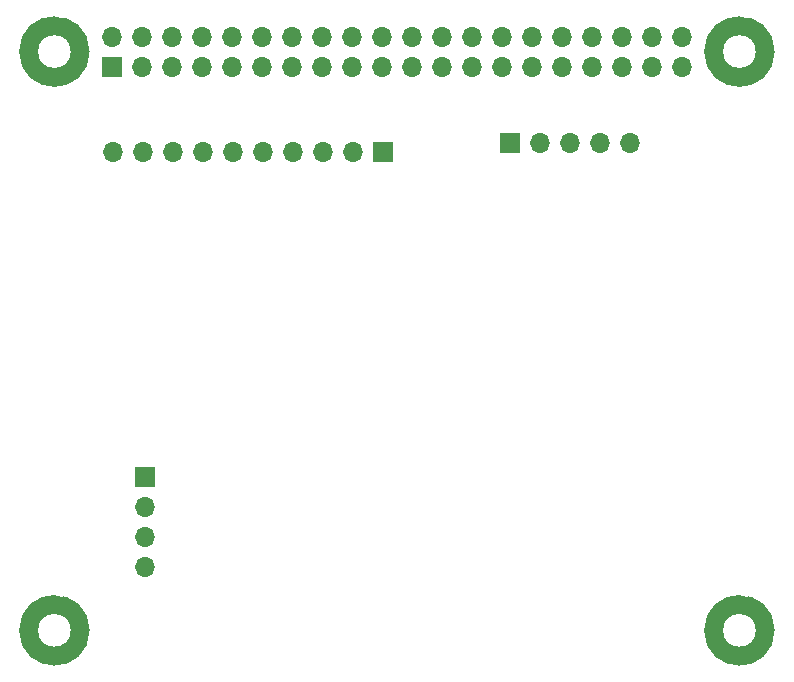
<source format=gbs>
G04 #@! TF.GenerationSoftware,KiCad,Pcbnew,(6.0.2)*
G04 #@! TF.CreationDate,2022-03-22T22:10:50-04:00*
G04 #@! TF.ProjectId,PCB,5043422e-6b69-4636-9164-5f7063625858,rev?*
G04 #@! TF.SameCoordinates,Original*
G04 #@! TF.FileFunction,Soldermask,Bot*
G04 #@! TF.FilePolarity,Negative*
%FSLAX46Y46*%
G04 Gerber Fmt 4.6, Leading zero omitted, Abs format (unit mm)*
G04 Created by KiCad (PCBNEW (6.0.2)) date 2022-03-22 22:10:50*
%MOMM*%
%LPD*%
G01*
G04 APERTURE LIST*
%ADD10C,1.625000*%
%ADD11R,1.700000X1.700000*%
%ADD12O,1.700000X1.700000*%
G04 APERTURE END LIST*
D10*
X95687500Y-132500000D02*
G75*
G03*
X95687500Y-132500000I-2187500J0D01*
G01*
X153687500Y-132500000D02*
G75*
G03*
X153687500Y-132500000I-2187500J0D01*
G01*
X95687500Y-83500000D02*
G75*
G03*
X95687500Y-83500000I-2187500J0D01*
G01*
X153687500Y-83500000D02*
G75*
G03*
X153687500Y-83500000I-2187500J0D01*
G01*
D11*
X101200000Y-119480000D03*
D12*
X101200000Y-122020000D03*
X101200000Y-124560000D03*
X101200000Y-127100000D03*
X142250000Y-91225000D03*
X139710000Y-91225000D03*
X137170000Y-91225000D03*
X134630000Y-91225000D03*
D11*
X132090000Y-91225000D03*
X121330000Y-92000000D03*
D12*
X118790000Y-92000000D03*
X116250000Y-92000000D03*
X113710000Y-92000000D03*
X111170000Y-92000000D03*
X108630000Y-92000000D03*
X106090000Y-92000000D03*
X103550000Y-92000000D03*
X101010000Y-92000000D03*
X98470000Y-92000000D03*
D11*
X98400000Y-84790000D03*
D12*
X98400000Y-82250000D03*
X100940000Y-84790000D03*
X100940000Y-82250000D03*
X103480000Y-84790000D03*
X103480000Y-82250000D03*
X106020000Y-84790000D03*
X106020000Y-82250000D03*
X108560000Y-84790000D03*
X108560000Y-82250000D03*
X111100000Y-84790000D03*
X111100000Y-82250000D03*
X113640000Y-84790000D03*
X113640000Y-82250000D03*
X116180000Y-84790000D03*
X116180000Y-82250000D03*
X118720000Y-84790000D03*
X118720000Y-82250000D03*
X121260000Y-84790000D03*
X121260000Y-82250000D03*
X123800000Y-84790000D03*
X123800000Y-82250000D03*
X126340000Y-84790000D03*
X126340000Y-82250000D03*
X128880000Y-84790000D03*
X128880000Y-82250000D03*
X131420000Y-84790000D03*
X131420000Y-82250000D03*
X133960000Y-84790000D03*
X133960000Y-82250000D03*
X136500000Y-84790000D03*
X136500000Y-82250000D03*
X139040000Y-84790000D03*
X139040000Y-82250000D03*
X141580000Y-84790000D03*
X141580000Y-82250000D03*
X144120000Y-84790000D03*
X144120000Y-82250000D03*
X146660000Y-84790000D03*
X146660000Y-82250000D03*
M02*

</source>
